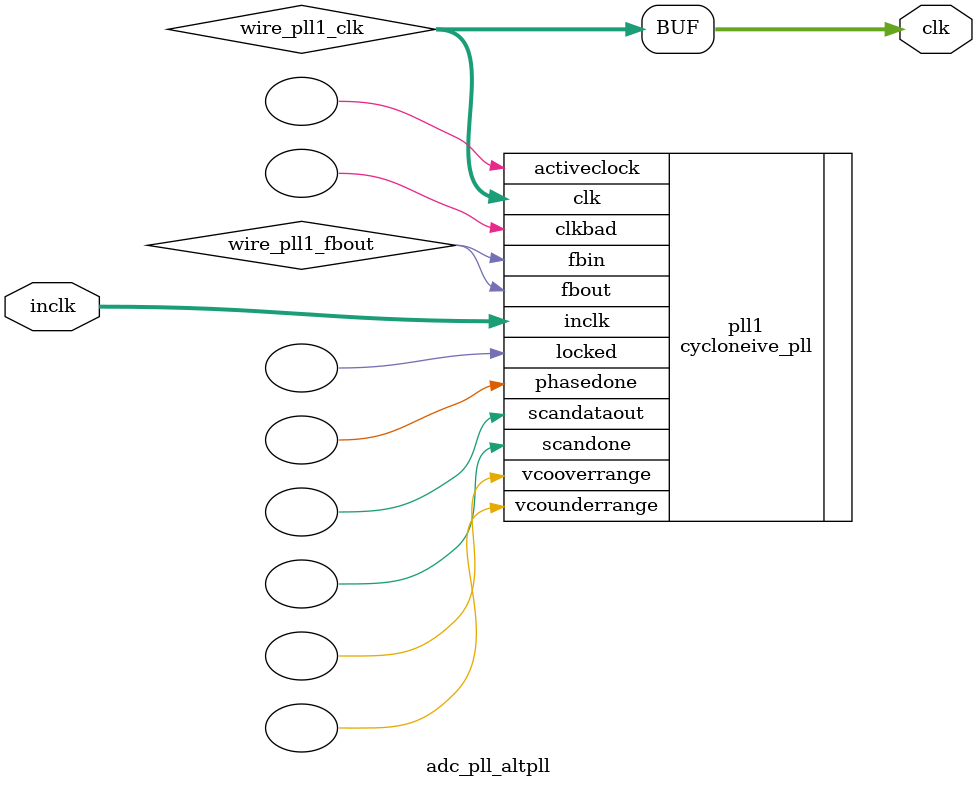
<source format=v>






//synthesis_resources = cycloneive_pll 1 
//synopsys translate_off
`timescale 1 ps / 1 ps
//synopsys translate_on
module  adc_pll_altpll
	( 
	clk,
	inclk) /* synthesis synthesis_clearbox=1 */;
	output   [4:0]  clk;
	input   [1:0]  inclk;
`ifndef ALTERA_RESERVED_QIS
// synopsys translate_off
`endif
	tri0   [1:0]  inclk;
`ifndef ALTERA_RESERVED_QIS
// synopsys translate_on
`endif

	wire  [4:0]   wire_pll1_clk;
	wire  wire_pll1_fbout;

	cycloneive_pll   pll1
	( 
	.activeclock(),
	.clk(wire_pll1_clk),
	.clkbad(),
	.fbin(wire_pll1_fbout),
	.fbout(wire_pll1_fbout),
	.inclk(inclk),
	.locked(),
	.phasedone(),
	.scandataout(),
	.scandone(),
	.vcooverrange(),
	.vcounderrange()
	`ifndef FORMAL_VERIFICATION
	// synopsys translate_off
	`endif
	,
	.areset(1'b0),
	.clkswitch(1'b0),
	.configupdate(1'b0),
	.pfdena(1'b1),
	.phasecounterselect({3{1'b0}}),
	.phasestep(1'b0),
	.phaseupdown(1'b0),
	.scanclk(1'b0),
	.scanclkena(1'b1),
	.scandata(1'b0)
	`ifndef FORMAL_VERIFICATION
	// synopsys translate_on
	`endif
	);
	defparam
		pll1.bandwidth_type = "auto",
		pll1.clk0_divide_by = 10,
		pll1.clk0_duty_cycle = 50,
		pll1.clk0_multiply_by = 13,
		pll1.clk0_phase_shift = "0",
		pll1.compensate_clock = "clk0",
		pll1.inclk0_input_frequency = 20000,
		pll1.operation_mode = "normal",
		pll1.pll_type = "auto",
		pll1.lpm_type = "cycloneive_pll";
	assign
		clk = {wire_pll1_clk[4:0]};
endmodule //adc_pll_altpll
//VALID FILE

</source>
